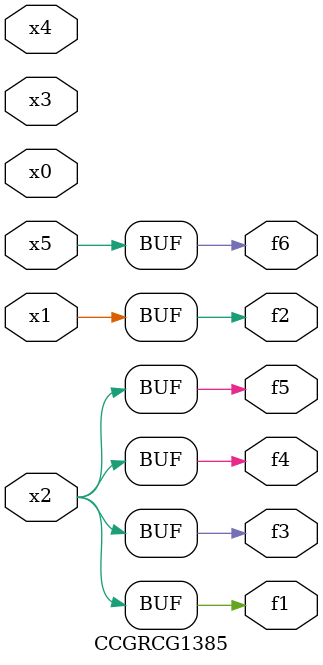
<source format=v>
module CCGRCG1385(
	input x0, x1, x2, x3, x4, x5,
	output f1, f2, f3, f4, f5, f6
);
	assign f1 = x2;
	assign f2 = x1;
	assign f3 = x2;
	assign f4 = x2;
	assign f5 = x2;
	assign f6 = x5;
endmodule

</source>
